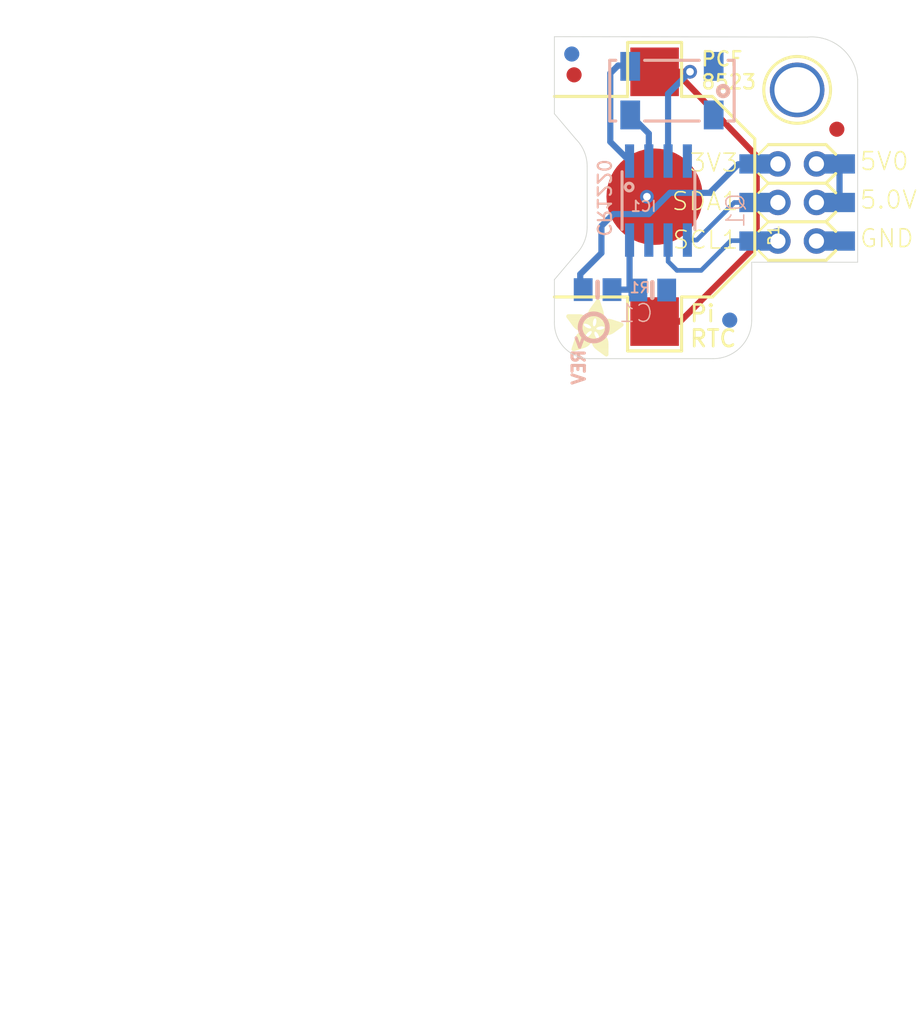
<source format=kicad_pcb>
(kicad_pcb (version 20211014) (generator pcbnew)
  (layers (0 "F.Cu" signal) (1 "In1.Cu" signal) (2 "In2.Cu" signal) (3 "In3.Cu" signal) (4 "In4.Cu" signal) (5 "In5.Cu" signal) (6 "In6.Cu" signal) (7 "In7.Cu" signal) (8 "In8.Cu" signal) (9 "In9.Cu" signal) (10 "In10.Cu" signal) (11 "In11.Cu" signal) (12 "In12.Cu" signal) (13 "In13.Cu" signal) (14 "In14.Cu" signal) (31 "B.Cu" signal) (34 "B.Paste" user) (35 "F.Paste" user) (36 "B.SilkS" user "B.Silkscreen") (37 "F.SilkS" user "F.Silkscreen") (38 "B.Mask" user) (39 "F.Mask" user) (44 "Edge.Cuts" user))
  (net 0 "")
  (net 1 "GND")
  (net 2 "SDA")
  (net 3 "SCL")
  (net 4 "N$14")
  (net 5 "N$15")
  (net 6 "VBAT")
  (net 7 "VDD")
  (net 8 "+5V")
  (net 9 "3.3V")
  (footprint "boardEagle:MOUNTINGHOLE_3.0_PLATEDTHIN" (layer "F.Cu") (at 154.508629 97.9043 180)
    (fp_text reference "U$4" hide)
    (fp_text value "MOUNTINGHOLE3.0THIN" hide)
    (pad "P$1" thru_hole circle (at 0 0 180) (size 3.6 3.6) (drill 3) (layers *.Cu *.Mask))
  )
  (footprint "boardEagle:CR1220" (layer "F.Cu") (at 145.110629 104.9401 90)
    (fp_text reference "B1" (at -3.302 7.86 90) (layer "F.SilkS") (effects (font (size 0.692831 0.692831) (thickness 0.119969)) (justify left)))
    (fp_text value "CR1220")
    (pad "+$1" smd rect (at -8.2254 0 90) (size 3.2 3.2) (layers "F.Cu" "F.Paste" "F.Mask") (net 6 "VBAT"))
    (pad "+$2" smd rect (at 8.2254 0 90) (size 3.2 3.2) (layers "F.Cu" "F.Paste" "F.Mask") (net 6 "VBAT"))
    (pad "-" smd roundrect (at 0 0 90) (size 6.35 6.35) (layers "F.Cu" "F.Mask") (roundrect_rratio 0.5) (net 1 "GND"))
  )
  (footprint "boardEagle:RASPBERRYPI_2X3_THMSMT" (layer "F.Cu") (at 154.508629 105.3211)
    (fp_text reference "RPI1" hide)
    (fp_text value "RASPBERRYPI_2X3" hide)
    (fp_text user "GND" (at 4.064 3.048) (layer "F.SilkS") (effects (font (size 1.1684 1.1684) (thickness 0.1016)) (justify left bottom)))
    (fp_text user "3V3" (at -3.81 -3.302) (layer "F.SilkS") (effects (font (size 1.1684 1.1684) (thickness 0.1016)) (justify right top)))
    (fp_text user "5.0V" (at 4.064 0.508) (layer "F.SilkS") (effects (font (size 1.1684 1.1684) (thickness 0.1016)) (justify left bottom)))
    (fp_text user "SCL1" (at -3.81 1.778) (layer "F.SilkS") (effects (font (size 1.1684 1.1684) (thickness 0.1016)) (justify right top)))
    (fp_text user "5V0" (at 4.064 -2.032) (layer "F.SilkS") (effects (font (size 1.1684 1.1684) (thickness 0.1016)) (justify left bottom)))
    (fp_text user "SDA1" (at -3.81 -0.762) (layer "F.SilkS") (effects (font (size 1.1684 1.1684) (thickness 0.1016)) (justify right top)))
    (pad "1" thru_hole circle (at -1.27 -2.54 270) (size 1.6764 1.6764) (drill 1) (layers *.Cu *.Mask) (net 9 "3.3V"))
    (pad "1'" smd rect (at -2.794 -2.54 90) (size 1.27 2.032) (layers "B.Cu" "B.Paste" "B.Mask") (net 9 "3.3V"))
    (pad "2" thru_hole circle (at 1.27 -2.54 270) (size 1.6764 1.6764) (drill 1) (layers *.Cu *.Mask) (net 8 "+5V"))
    (pad "2'" smd rect (at 2.794 -2.54 90) (size 1.27 2.032) (layers "B.Cu" "B.Paste" "B.Mask") (net 8 "+5V"))
    (pad "3" thru_hole circle (at -1.27 0 270) (size 1.6764 1.6764) (drill 1) (layers *.Cu *.Mask) (net 2 "SDA"))
    (pad "3'" smd rect (at -2.794 0 90) (size 1.27 2.032) (layers "B.Cu" "B.Paste" "B.Mask") (net 2 "SDA"))
    (pad "4" thru_hole circle (at 1.27 0 270) (size 1.6764 1.6764) (drill 1) (layers *.Cu *.Mask) (net 8 "+5V"))
    (pad "4'" smd rect (at 2.794 0 90) (size 1.27 2.032) (layers "B.Cu" "B.Paste" "B.Mask") (net 8 "+5V"))
    (pad "5" thru_hole circle (at -1.27 2.54 270) (size 1.6764 1.6764) (drill 1) (layers *.Cu *.Mask) (net 3 "SCL"))
    (pad "5'" smd rect (at -2.794 2.54 90) (size 1.27 2.032) (layers "B.Cu" "B.Paste" "B.Mask") (net 3 "SCL"))
    (pad "6" thru_hole circle (at 1.27 2.54 270) (size 1.6764 1.6764) (drill 1) (layers *.Cu *.Mask) (net 1 "GND"))
    (pad "6'" smd rect (at 2.794 2.54 90) (size 1.27 2.032) (layers "B.Cu" "B.Paste" "B.Mask") (net 1 "GND"))
  )
  (footprint "boardEagle:ADAFRUIT_3.5MM" (layer "F.Cu") (at 139.268629 115.4811)
    (fp_text reference "U$2" hide)
    (fp_text value "" hide)
  )
  (footprint "boardEagle:FIDUCIAL_1MM" (layer "F.Cu") (at 157.124829 100.4951 180)
    (fp_text reference "FID2" hide)
    (fp_text value "FIDUCIAL_1MM" hide)
    (pad "1" smd roundrect (at 0 0 180) (size 1 1) (layers "F.Cu" "F.Mask") (roundrect_rratio 0.5))
  )
  (footprint "boardEagle:FIDUCIAL_1MM" (layer "F.Cu") (at 139.802029 96.9137 180)
    (fp_text reference "FID1" hide)
    (fp_text value "FIDUCIAL_1MM" hide)
    (pad "1" smd roundrect (at 0 0 180) (size 1 1) (layers "F.Cu" "F.Mask") (roundrect_rratio 0.5))
  )
  (footprint "boardEagle:FIDUCIAL_1MM" (layer "B.Cu") (at 139.649629 95.5421 180)
    (fp_text reference "FID4" hide)
    (fp_text value "FIDUCIAL_1MM" hide)
    (pad "1" smd roundrect (at 0 0 180) (size 1 1) (layers "B.Cu" "B.Mask") (roundrect_rratio 0.5))
  )
  (footprint "boardEagle:FIDUCIAL_1MM" (layer "B.Cu") (at 150.063629 113.0681 180)
    (fp_text reference "FID3" hide)
    (fp_text value "FIDUCIAL_1MM" hide)
    (pad "1" smd roundrect (at 0 0 180) (size 1 1) (layers "B.Cu" "B.Mask") (roundrect_rratio 0.5))
  )
  (footprint "boardEagle:0805-NO" (layer "B.Cu") (at 144.958229 111.0869)
    (fp_text reference "C1" (at -2.286 1.524) (layer "B.SilkS") (effects (font (size 1.176691 1.176691) (thickness 0.093309)) (justify right mirror)))
    (fp_text value "10uF")
    (pad "1" smd rect (at -0.95 0) (size 1.24 1.5) (layers "B.Cu" "B.Paste" "B.Mask") (net 7 "VDD"))
    (pad "2" smd rect (at 0.95 0) (size 1.24 1.5) (layers "B.Cu" "B.Paste" "B.Mask") (net 1 "GND"))
  )
  (footprint "boardEagle:0805-NO" (layer "B.Cu") (at 141.351429 111.0615)
    (fp_text reference "R1" (at 2.032 -0.127) (layer "B.SilkS") (effects (font (size 0.692831 0.692831) (thickness 0.119969)) (justify right mirror)))
    (fp_text value "1K")
    (pad "1" smd rect (at -0.95 0) (size 1.24 1.5) (layers "B.Cu" "B.Paste" "B.Mask") (net 9 "3.3V"))
    (pad "2" smd rect (at 0.95 0) (size 1.24 1.5) (layers "B.Cu" "B.Paste" "B.Mask") (net 7 "VDD"))
  )
  (footprint "boardEagle:CRYSTAL_8X3.8" (layer "B.Cu") (at 146.253629 97.9551)
    (fp_text reference "Q1" (at 4.191 9.144 -90) (layer "B.SilkS") (effects (font (size 1.176691 1.176691) (thickness 0.093309)) (justify right mirror)))
    (fp_text value "32.768")
    (pad "P$1" smd rect (at -2.75 -1.6) (size 1.3 1.9) (layers "B.Cu" "B.Paste" "B.Mask") (net 4 "N$14"))
    (pad "P$2" smd rect (at 2.75 -1.6) (size 1.3 1.9) (layers "B.Cu" "B.Paste" "B.Mask"))
    (pad "P$3" smd rect (at 2.75 1.6) (size 1.3 1.9) (layers "B.Cu" "B.Paste" "B.Mask"))
    (pad "P$4" smd rect (at -2.75 1.6) (size 1.3 1.9) (layers "B.Cu" "B.Paste" "B.Mask") (net 5 "N$15"))
  )
  (footprint "boardEagle:PCBFEAT-REV-040" (layer "B.Cu") (at 141.097429 113.5507 90)
    (fp_text reference "U$3" hide)
    (fp_text value "" hide)
    (fp_text user ">REV" (at -0.3556 -0.508 270) (layer "B.SilkS") (effects (font (size 0.8128 0.8128) (thickness 0.2032)) (justify left bottom mirror)))
  )
  (footprint "boardEagle:SOIC8_150MIL" (layer "B.Cu") (at 145.364629 105.1941)
    (fp_text reference "IC1" (at -1.905 0.381) (layer "B.SilkS") (effects (font (size 0.692831 0.692831) (thickness 0.119969)) (justify right mirror)))
    (fp_text value "RTC_PCF8523T")
    (pad "1" smd rect (at -1.905 -2.6) (size 0.6 2.2) (layers "B.Cu" "B.Paste" "B.Mask") (net 4 "N$14"))
    (pad "2" smd rect (at -0.635 -2.6) (size 0.6 2.2) (layers "B.Cu" "B.Paste" "B.Mask") (net 5 "N$15"))
    (pad "3" smd rect (at 0.635 -2.6) (size 0.6 2.2) (layers "B.Cu" "B.Paste" "B.Mask") (net 6 "VBAT"))
    (pad "4" smd rect (at 1.905 -2.6) (size 0.6 2.2) (layers "B.Cu" "B.Paste" "B.Mask") (net 1 "GND"))
    (pad "5" smd rect (at 1.905 2.6) (size 0.6 2.2) (layers "B.Cu" "B.Paste" "B.Mask") (net 2 "SDA"))
    (pad "6" smd rect (at 0.635 2.6) (size 0.6 2.2) (layers "B.Cu" "B.Paste" "B.Mask") (net 3 "SCL"))
    (pad "7" smd rect (at -0.635 2.6) (size 0.6 2.2) (layers "B.Cu" "B.Paste" "B.Mask"))
    (pad "8" smd rect (at -1.905 2.6) (size 0.6 2.2) (layers "B.Cu" "B.Paste" "B.Mask") (net 7 "VDD"))
  )
  (gr_line (start 139.921679 101.14815) (end 138.506629 99.4791) (layer "Edge.Cuts") (width 0.05))
  (gr_line (start 138.506629 99.4791) (end 138.506629 94.3991) (layer "Edge.Cuts") (width 0.05))
  (gr_line (start 138.506629 113.1951) (end 138.506629 110.4011) (layer "Edge.Cuts") (width 0.05))
  (gr_line (start 138.506629 110.4011) (end 139.921679 108.73205) (layer "Edge.Cuts") (width 0.05))
  (gr_line (start 140.665629 106.935997) (end 140.665629 102.944204) (layer "Edge.Cuts") (width 0.05))
  (gr_arc (start 140.665628 106.935997) (mid 140.472282 107.908014) (end 139.921679 108.73205) (layer "Edge.Cuts") (width 0.05))
  (gr_line (start 138.506629 94.3991) (end 155.194429 94.4245) (layer "Edge.Cuts") (width 0.05))
  (gr_line (start 158.496429 97.2185) (end 158.496429 109.2581) (layer "Edge.Cuts") (width 0.05))
  (gr_arc (start 155.194429 94.4245) (mid 157.424085 95.137633) (end 158.496429 97.2185) (layer "Edge.Cuts") (width 0.05))
  (gr_arc (start 151.511429 113.0681) (mid 150.76748 114.864151) (end 148.971429 115.6081) (layer "Edge.Cuts") (width 0.05))
  (gr_arc (start 139.921679 101.14815) (mid 140.472283 101.972186) (end 140.665629 102.944204) (layer "Edge.Cuts") (width 0.05))
  (gr_line (start 158.496429 109.2581) (end 151.511429 109.2581) (layer "Edge.Cuts") (width 0.05))
  (gr_line (start 151.511429 109.2581) (end 151.511429 113.0681) (layer "Edge.Cuts") (width 0.05))
  (gr_line (start 148.971429 115.6081) (end 140.792629 115.6081) (layer "Edge.Cuts") (width 0.05))
  (gr_arc (start 140.792629 115.6081) (mid 139.14988 114.875046) (end 138.506629 113.1951) (layer "Edge.Cuts") (width 0.05))
  (gr_text "CR1220" (at 141.249829 107.6579 -90) (layer "B.SilkS") (effects (font (size 0.87376 0.87376) (thickness 0.14224)) (justify left bottom mirror)))
  (gr_text "RTC" (at 147.345829 114.9223) (layer "F.SilkS") (effects (font (size 1.0922 1.0922) (thickness 0.1778)) (justify left bottom)))
  (gr_text "PCF\n8523" (at 148.107829 97.9297) (layer "F.SilkS") (effects (font (size 0.939292 0.939292) (thickness 0.152908)) (justify left bottom)))
  (gr_text "Pi" (at 147.345829 113.2713) (layer "F.SilkS") (effects (font (size 1.0922 1.0922) (thickness 0.1778)) (justify left bottom)))
  (segment (start 145.110629 104.9401) (end 144.602629 104.9401) (width 0.4064) (layer "F.Cu") (net 1))
  (via (at 144.602629 104.9401) (size 0.9064) (drill 0.5) (layers "F.Cu" "B.Cu") (net 1))
  (segment (start 157.302629 107.8611) (end 155.778629 107.8611) (width 0.4064) (layer "B.Cu") (net 1))
  (segment (start 150.368429 105.3211) (end 151.714629 105.3211) (width 0.3048) (layer "B.Cu") (net 2))
  (segment (start 147.895429 107.7941) (end 150.368429 105.3211) (width 0.3048) (layer "B.Cu") (net 2))
  (segment (start 147.269629 107.7941) (end 147.895429 107.7941) (width 0.3048) (layer "B.Cu") (net 2))
  (segment (start 151.714629 105.3211) (end 153.238629 105.3211) (width 0.4064) (layer "B.Cu") (net 2))
  (segment (start 145.999629 107.7941) (end 145.999629 109.2073) (width 0.3048) (layer "B.Cu") (net 3))
  (segment (start 146.583829 109.7915) (end 148.184029 109.7915) (width 0.3048) (layer "B.Cu") (net 3))
  (segment (start 145.999629 109.2073) (end 146.583829 109.7915) (width 0.3048) (layer "B.Cu") (net 3))
  (segment (start 153.238629 107.8611) (end 151.714629 107.8611) (width 0.3048) (layer "B.Cu") (net 3))
  (segment (start 151.689229 107.8357) (end 151.714629 107.8611) (width 0.3048) (layer "B.Cu") (net 3))
  (segment (start 148.184029 109.7915) (end 150.139829 107.8357) (width 0.3048) (layer "B.Cu") (net 3))
  (segment (start 150.139829 107.8357) (end 151.689229 107.8357) (width 0.3048) (layer "B.Cu") (net 3))
  (segment (start 142.697629 96.3041) (end 143.452629 96.3041) (width 0.4064) (layer "B.Cu") (net 4))
  (segment (start 143.459629 102.5941) (end 142.189629 101.3241) (width 0.4064) (layer "B.Cu") (net 4))
  (segment (start 142.189629 96.8121) (end 142.697629 96.3041) (width 0.4064) (layer "B.Cu") (net 4))
  (segment (start 142.189629 101.3241) (end 142.189629 96.8121) (width 0.4064) (layer "B.Cu") (net 4))
  (segment (start 143.452629 96.3041) (end 143.503629 96.3551) (width 0.4064) (layer "B.Cu") (net 4))
  (segment (start 144.729629 100.7811) (end 144.729629 102.5941) (width 0.4064) (layer "B.Cu") (net 5))
  (segment (start 143.503629 99.5551) (end 144.729629 100.7811) (width 0.4064) (layer "B.Cu") (net 5))
  (segment (start 145.110629 113.1655) (end 146.791229 113.1655) (width 0.4064) (layer "F.Cu") (net 6))
  (segment (start 146.791229 113.1655) (end 151.841629 108.1151) (width 0.4064) (layer "F.Cu") (net 6))
  (segment (start 151.841629 108.1151) (end 151.841629 102.2731) (width 0.4064) (layer "F.Cu") (net 6))
  (segment (start 151.841629 102.2731) (end 146.253629 96.4311) (width 0.4064) (layer "F.Cu") (net 6))
  (segment (start 145.999629 97.6037) (end 145.110629 96.7147) (width 0.4064) (layer "F.Cu") (net 6))
  (segment (start 146.253629 96.4311) (end 145.542429 96.4311) (width 0.4064) (layer "F.Cu") (net 6))
  (segment (start 145.542429 96.4311) (end 145.394229 96.4311) (width 0.4064) (layer "F.Cu") (net 6))
  (segment (start 147.447429 96.7105) (end 145.821829 96.7105) (width 0.4064) (layer "F.Cu") (net 6))
  (segment (start 145.394229 96.4311) (end 145.110629 96.7147) (width 0.4064) (layer "F.Cu") (net 6))
  (segment (start 145.821829 96.7105) (end 145.542429 96.4311) (width 0.4064) (layer "F.Cu") (net 6))
  (via (at 147.447429 96.7105) (size 0.9064) (drill 0.5) (layers "F.Cu" "B.Cu") (net 6))
  (segment (start 145.999629 98.1583) (end 147.447429 96.7105) (width 0.4064) (layer "B.Cu") (net 6))
  (segment (start 145.999629 102.5941) (end 145.999629 98.1583) (width 0.4064) (layer "B.Cu") (net 6))
  (segment (start 143.459629 107.7941) (end 143.459629 111.0463) (width 0.4064) (layer "B.Cu") (net 7))
  (segment (start 143.459629 111.0463) (end 144.008229 111.0869) (width 0.4064) (layer "B.Cu") (net 7))
  (segment (start 142.301429 111.0615) (end 143.601829 111.0615) (width 0.4064) (layer "B.Cu") (net 7))
  (segment (start 143.601829 111.0615) (end 144.008229 111.0869) (width 0.4064) (layer "B.Cu") (net 7))
  (segment (start 157.302629 105.3211) (end 155.778629 105.3211) (width 0.4064) (layer "B.Cu") (net 8))
  (segment (start 157.302629 105.3211) (end 157.302629 102.7811) (width 0.4064) (layer "B.Cu") (net 8))
  (segment (start 155.778629 102.7811) (end 157.302629 102.7811) (width 0.4064) (layer "B.Cu") (net 8))
  (segment (start 140.401429 110.7415) (end 140.401429 111.0615) (width 0.4064) (layer "B.Cu") (net 9))
  (segment (start 140.208429 110.0455) (end 140.208429 110.7415) (width 0.4064) (layer "B.Cu") (net 9))
  (segment (start 148.793629 104.6861) (end 148.793629 104.6353) (width 0.4064) (layer "B.Cu") (net 9))
  (segment (start 146.126629 104.6861) (end 148.793629 104.6861) (width 0.4064) (layer "B.Cu") (net 9))
  (segment (start 148.793629 104.6353) (end 150.622429 102.8065) (width 0.4064) (layer "B.Cu") (net 9))
  (segment (start 144.729629 106.0831) (end 146.126629 104.6861) (width 0.4064) (layer "B.Cu") (net 9))
  (segment (start 141.605429 108.6485) (end 140.208429 110.0455) (width 0.4064) (layer "B.Cu") (net 9))
  (segment (start 151.714629 102.7811) (end 153.238629 102.7811) (width 0.4064) (layer "B.Cu") (net 9))
  (segment (start 141.605429 106.8705) (end 141.605429 108.6485) (width 0.4064) (layer "B.Cu") (net 9))
  (segment (start 144.729629 106.0831) (end 142.392829 106.0831) (width 0.4064) (layer "B.Cu") (net 9))
  (segment (start 150.622429 102.8065) (end 151.714629 102.7811) (width 0.4064) (layer "B.Cu") (net 9))
  (segment (start 140.208429 110.7415) (end 140.401429 110.7415) (width 0.4064) (layer "B.Cu") (net 9))
  (segment (start 142.392829 106.0831) (end 141.605429 106.8705) (width 0.4064) (layer "B.Cu") (net 9))
)
</source>
